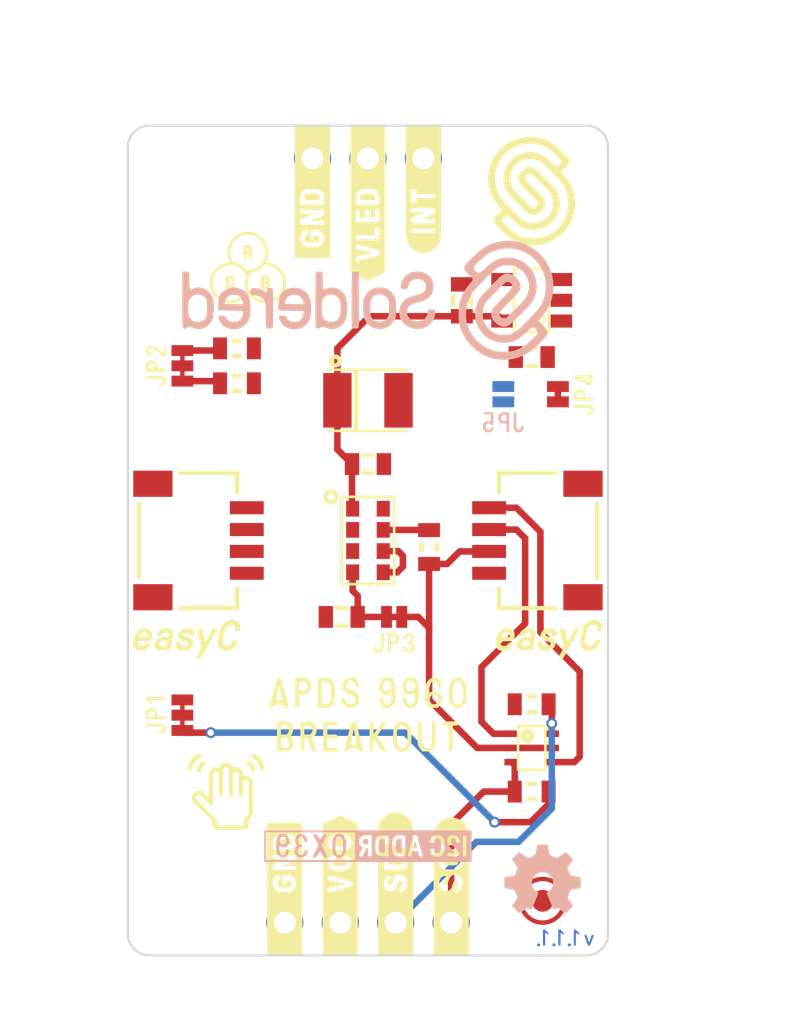
<source format=kicad_pcb>
(kicad_pcb (version 20210623) (generator pcbnew)
  (layers (0 "F.Cu" signal) (31 "B.Cu" signal) (34 "B.Paste" user) (35 "F.Paste" user) (36 "B.SilkS" user "B.Silkscreen") (37 "F.SilkS" user "F.Silkscreen") (38 "B.Mask" user) (39 "F.Mask" user) (44 "Edge.Cuts" user))
  (net 0 "")
  (net 1 "GND")
  (net 2 "3V3")
  (net 3 "V_LED")
  (net 4 "Net-(C4-Pad2)")
  (net 5 "SCL_PULL5")
  (net 6 "5V")
  (net 7 "SDA_PULL5")
  (net 8 "SCL_PULL3,3")
  (net 9 "SDA_PULL3,3")
  (net 10 "SCL3,3")
  (net 11 "SDA3,3")
  (net 12 "SDA5")
  (net 13 "SCL5")
  (net 14 "INT")
  (net 16 "Net-(U1-Pad3)")
  (footprint "Soldered Graphics:Logo-Front-easyC-5mm" (layer "F.Cu") (at 119.3 115.5)
    (fp_text reference "G***" hide)
    (fp_text value "LOGO" hide)
  )
  (footprint "e-radionica.com footprinti:HOLE_3.2mm" (layer "F.Cu") (at 103 127)
    (fp_text reference "H2" hide)
    (fp_text value "HOLE_3.2mm" hide)
    (pad "" np_thru_hole circle locked (at 0 0) (size 3.2 3.2) (drill 3.2) (layers F&B.Cu *.Mask))
  )
  (footprint "e-radionica.com footprinti:0603C" (layer "F.Cu") (at 109.8 114.5)
    (fp_text reference "C3")
    (fp_text value "1uF")
    (pad "1" smd rect locked (at -0.73 0) (size 0.66 1) (layers "F.Cu" "F.Paste" "F.Mask") (net 1 "GND"))
    (pad "2" smd rect locked (at 0.73 0) (size 0.66 1) (layers "F.Cu" "F.Paste" "F.Mask") (net 3 "V_LED"))
  )
  (footprint "e-radionica.com footprinti:SMD_JUMPER_3_PAD_TRACE" (layer "F.Cu") (at 102.5 103 90)
    (fp_text reference "JP2")
    (fp_text value "SMD_JUMPER_3_PAD_TRACE")
    (fp_poly (pts (xy 0.45 0.05) (xy 0.25 0.05) (xy 0.25 -0.05) (xy 0.45 -0.05)) (layer "F.Cu") (width 0.1) (fill solid))
    (fp_poly (pts (xy -0.25 0.05) (xy -0.45 0.05) (xy -0.45 -0.05) (xy -0.25 -0.05)) (layer "F.Cu") (width 0.1) (fill solid))
    (pad "1" smd rect (at -0.7 0 270) (size 0.5 1) (layers "F.Cu" "F.Mask") (net 8 "SCL_PULL3,3"))
    (pad "2" smd custom (at 0 0 270) (size 0.5 1) (layers "F.Cu" "F.Mask") (net 2 "3V3") (options (clearance outline) (anchor rect)) (primitives))
    (pad "3" smd rect (at 0.7 0 270) (size 0.5 1) (layers "F.Cu" "F.Mask") (net 9 "SDA_PULL3,3"))
  )
  (footprint "buzzardLabel" (layer "F.Cu") (at 112.2 115.7)
    (fp_text reference "" (at 0 0) (layer "F.SilkS") (effects (font (size 1.27 1.27))))
    (fp_text value "" (at 0 0) (layer "F.SilkS") (effects (font (size 1.27 1.27))))
  )
  (footprint "e-radionica.com footprinti:SMD_JUMPER_3_PAD_TRACE" (layer "F.Cu") (at 102.5 119 90)
    (fp_text reference "JP1")
    (fp_text value "SMD_JUMPER_3_PAD_TRACE")
    (fp_poly (pts (xy 0.45 0.05) (xy 0.25 0.05) (xy 0.25 -0.05) (xy 0.45 -0.05)) (layer "F.Cu") (width 0.1) (fill solid))
    (fp_poly (pts (xy -0.25 0.05) (xy -0.45 0.05) (xy -0.45 -0.05) (xy -0.25 -0.05)) (layer "F.Cu") (width 0.1) (fill solid))
    (pad "1" smd rect (at -0.7 0 270) (size 0.5 1) (layers "F.Cu" "F.Mask") (net 5 "SCL_PULL5"))
    (pad "2" smd custom (at 0 0 270) (size 0.5 1) (layers "F.Cu" "F.Mask") (net 6 "5V") (options (clearance outline) (anchor rect)) (primitives))
    (pad "3" smd rect (at 0.7 0 270) (size 0.5 1) (layers "F.Cu" "F.Mask") (net 7 "SDA_PULL5"))
  )
  (footprint "e-radionica.com footprinti:HEADER_MALE_4X1" (layer "F.Cu") (at 111 128.5)
    (fp_text reference "K2")
    (fp_text value "HEADER_MALE_4X1")
    (pad "1" thru_hole circle locked (at -3.81 0) (size 1.7 1.7) (drill 1) (layers *.Cu *.Mask) (net 1 "GND"))
    (pad "2" thru_hole circle locked (at -1.27 0) (size 1.7 1.7) (drill 1) (layers *.Cu *.Mask) (net 6 "5V"))
    (pad "3" thru_hole circle locked (at 1.27 0) (size 1.7 1.7) (drill 1) (layers *.Cu *.Mask) (net 12 "SDA5"))
    (pad "4" thru_hole circle locked (at 3.81 0) (size 1.7 1.7) (drill 1) (layers *.Cu *.Mask) (net 13 "SCL5"))
  )
  (footprint "e-radionica.com footprinti:FIDUCIAL_23" (layer "F.Cu") (at 119 127.5)
    (fp_text reference "FD1")
    (fp_text value "FIDUCIAL")
    (fp_circle (center 0 0) (end 1 0) (layer "F.Cu") (width 0.2) (fill none))
    (pad "1" smd circle (at 0 0) (size 1 1) (layers "F.Cu" "F.Paste" "F.Mask") (clearance 1.1))
  )
  (footprint "buzzardLabel" (layer "F.Cu") (at 108.46 91.6 90)
    (fp_text reference "" (at 0 0 90) (layer "F.SilkS") (effects (font (size 1.27 1.27))))
    (fp_text value "" (at 0 0 90) (layer "F.SilkS") (effects (font (size 1.27 1.27))))
  )
  (footprint "e-radionica.com footprinti:0603R" (layer "F.Cu") (at 118.5 118.5 180)
    (fp_text reference "R4")
    (fp_text value "10k")
    (pad "1" smd rect locked (at -0.775 0 270) (size 1 0.64) (layers "F.Cu" "F.Paste" "F.Mask") (net 12 "SDA5"))
    (pad "2" smd rect locked (at 0.775 0 270) (size 1 0.64) (layers "F.Cu" "F.Paste" "F.Mask") (net 7 "SDA_PULL5"))
  )
  (footprint "e-radionica.com footprinti:0603R" (layer "F.Cu") (at 105 102.2)
    (fp_text reference "R2")
    (fp_text value "10k")
    (pad "1" smd rect locked (at -0.775 0 90) (size 1 0.64) (layers "F.Cu" "F.Paste" "F.Mask") (net 9 "SDA_PULL3,3"))
    (pad "2" smd rect locked (at 0.775 0 90) (size 1 0.64) (layers "F.Cu" "F.Paste" "F.Mask") (net 11 "SDA3,3"))
  )
  (footprint "e-radionica.com footprinti:HEADER_MALE_3X1" (layer "F.Cu") (at 111 93.5)
    (fp_text reference "K4")
    (fp_text value "HEADER_MALE_3X1")
    (pad "1" thru_hole circle locked (at -2.54 0) (size 1.7 1.7) (drill 1) (layers *.Cu *.Mask) (net 1 "GND"))
    (pad "2" thru_hole circle locked (at 0 0) (size 1.7 1.7) (drill 1) (layers *.Cu *.Mask) (net 3 "V_LED"))
    (pad "3" thru_hole circle locked (at 2.54 0) (size 1.7 1.7) (drill 1) (layers *.Cu *.Mask) (net 14 "INT"))
  )
  (footprint "e-radionica.com footprinti:0603R" (layer "F.Cu") (at 118.5 122.5 180)
    (fp_text reference "R3")
    (fp_text value "10k")
    (pad "1" smd rect locked (at -0.775 0 270) (size 1 0.64) (layers "F.Cu" "F.Paste" "F.Mask") (net 5 "SCL_PULL5"))
    (pad "2" smd rect locked (at 0.775 0 270) (size 1 0.64) (layers "F.Cu" "F.Paste" "F.Mask") (net 13 "SCL5"))
  )
  (footprint "e-radionica.com footprinti:0603C" (layer "F.Cu") (at 111 107.5 180)
    (fp_text reference "C1")
    (fp_text value "1uF")
    (pad "1" smd rect locked (at -0.73 0 180) (size 0.66 1) (layers "F.Cu" "F.Paste" "F.Mask") (net 1 "GND"))
    (pad "2" smd rect locked (at 0.73 0 180) (size 0.66 1) (layers "F.Cu" "F.Paste" "F.Mask") (net 2 "3V3"))
  )
  (footprint "buzzardLabel" (layer "F.Cu") (at 109.73 130.4 90)
    (fp_text reference "" (at 0 0 90) (layer "F.SilkS") (effects (font (size 1.27 1.27))))
    (fp_text value "" (at 0 0 90) (layer "F.SilkS") (effects (font (size 1.27 1.27))))
  )
  (footprint "Soldered Graphics:Symbol-Front-RGB-sensor" (layer "F.Cu") (at 105.5 98.5)
    (fp_text reference "G***" hide)
    (fp_text value "LOGO" hide)
  )
  (footprint "buzzardLabel" (layer "F.Cu") (at 111 118)
    (fp_text reference "" (at 0 0) (layer "F.SilkS") (effects (font (size 1.27 1.27))))
    (fp_text value "" (at 0 0) (layer "F.SilkS") (effects (font (size 1.27 1.27))))
  )
  (footprint "e-radionica.com footprinti:easyC-connector" (layer "F.Cu") (at 118.7 111 -90)
    (fp_text reference "K3")
    (fp_text value "easyC-SMD")
    (pad "1" smd rect locked (at -1.5 2.15 270) (size 0.6 1.55) (layers "F.Cu" "F.Paste" "F.Mask") (net 10 "SCL3,3"))
    (pad "2" smd rect locked (at -0.5 2.15 270) (size 0.6 1.55) (layers "F.Cu" "F.Paste" "F.Mask") (net 11 "SDA3,3"))
    (pad "3" smd rect locked (at 0.5 2.15 270) (size 0.6 1.55) (layers "F.Cu" "F.Paste" "F.Mask") (net 2 "3V3"))
    (pad "4" smd rect locked (at 1.5 2.15 270) (size 0.6 1.55) (layers "F.Cu" "F.Paste" "F.Mask") (net 1 "GND"))
    (pad "5" smd rect locked (at -2.6 -2.15 270) (size 1.2 1.8) (layers "F.Cu" "F.Paste" "F.Mask") (net 1 "GND"))
    (pad "5" smd rect locked (at 2.6 -2.15 270) (size 1.2 1.8) (layers "F.Cu" "F.Paste" "F.Mask") (net 1 "GND"))
  )
  (footprint "Soldered Graphics:Logo-Front-easyC-5mm" (layer "F.Cu") (at 102.7 115.5)
    (fp_text reference "G***" hide)
    (fp_text value "LOGO" hide)
  )
  (footprint "e-radionica.com footprinti:SOT-363" (layer "F.Cu") (at 118.5 120.5)
    (fp_text reference "U2")
    (fp_text value "NMOS-DUAL")
    (pad "1" smd rect (at -0.92 -0.65 90) (size 0.3 0.66) (layers "F.Cu" "F.Paste" "F.Mask") (net 11 "SDA3,3"))
    (pad "2" smd rect (at -0.92 0 90) (size 0.3 0.66) (layers "F.Cu" "F.Paste" "F.Mask") (net 2 "3V3"))
    (pad "3" smd rect (at -0.92 0.65 90) (size 0.3 0.66) (layers "F.Cu" "F.Paste" "F.Mask") (net 13 "SCL5"))
    (pad "4" smd rect (at 0.92 0.65 90) (size 0.3 0.66) (layers "F.Cu" "F.Paste" "F.Mask") (net 10 "SCL3,3"))
    (pad "5" smd rect (at 0.92 0 90) (size 0.3 0.66) (layers "F.Cu" "F.Paste" "F.Mask") (net 2 "3V3"))
    (pad "6" smd rect (at 0.92 -0.65 90) (size 0.3 0.66) (layers "F.Cu" "F.Paste" "F.Mask") (net 12 "SDA5"))
  )
  (footprint "e-radionica.com footprinti:HOLE_3.2mm" (layer "F.Cu") (at 103 95)
    (fp_text reference "H1" hide)
    (fp_text value "HOLE_3.2mm" hide)
    (pad "" np_thru_hole circle locked (at 0 0) (size 3.2 3.2) (drill 3.2) (layers F&B.Cu *.Mask))
  )
  (footprint "e-radionica.com footprinti:0603C" (layer "F.Cu") (at 115.3 100 -90)
    (fp_text reference "C5")
    (fp_text value "2.2uF")
    (pad "1" smd rect locked (at -0.73 0 270) (size 0.66 1) (layers "F.Cu" "F.Paste" "F.Mask") (net 1 "GND"))
    (pad "2" smd rect locked (at 0.73 0 270) (size 0.66 1) (layers "F.Cu" "F.Paste" "F.Mask") (net 2 "3V3"))
  )
  (footprint "Soldered Graphics:Logo-Back-SolderedFULL-17mm" (layer "F.Cu") (at 111 100)
    (fp_text reference "REF**" hide)
    (fp_text value "Logo-Front-SolderedFULL-17mm" hide)
  )
  (footprint "buzzardLabel" (layer "F.Cu") (at 113.54 91.6 90)
    (fp_text reference "" (at 0 0 90) (layer "F.SilkS") (effects (font (size 1.27 1.27))))
    (fp_text value "" (at 0 0 90) (layer "F.SilkS") (effects (font (size 1.27 1.27))))
  )
  (footprint "Soldered Graphics:Logo-Front-Soldered-5mm" (layer "F.Cu") (at 118.5 95)
    (fp_text reference "G***" hide)
    (fp_text value "LOGO" hide)
  )
  (footprint "buzzardLabel" (layer "F.Cu") (at 107.19 130.4 90)
    (fp_text reference "" (at 0 0 90) (layer "F.SilkS") (effects (font (size 1.27 1.27))))
    (fp_text value "" (at 0 0 90) (layer "F.SilkS") (effects (font (size 1.27 1.27))))
  )
  (footprint "e-radionica.com footprinti:1210C_tantal" (layer "F.Cu") (at 111 104.58)
    (fp_text reference "C2")
    (fp_text value "68uF")
    (pad "1" smd rect (at -1.4 0) (size 1.3 2.5) (layers "F.Cu" "F.Paste" "F.Mask") (net 2 "3V3"))
    (pad "2" smd rect (at 1.4 0) (size 1.3 2.5) (layers "F.Cu" "F.Paste" "F.Mask") (net 1 "GND"))
  )
  (footprint "e-radionica.com footprinti:APDS-9960" (layer "F.Cu") (at 111 111)
    (fp_text reference "U1")
    (fp_text value "APDS-9960")
    (pad "1" smd rect (at 0.7 -1.455) (size 0.6 0.72) (layers "F.Cu" "F.Paste" "F.Mask") (net 11 "SDA3,3"))
    (pad "2" smd rect (at 0.7 -0.485) (size 0.6 0.72) (layers "F.Cu" "F.Paste" "F.Mask") (net 14 "INT"))
    (pad "3" smd rect (at 0.7 0.485) (size 0.6 0.72) (layers "F.Cu" "F.Paste" "F.Mask") (net 16 "Net-(U1-Pad3)"))
    (pad "4" smd rect (at 0.7 1.455) (size 0.6 0.72) (layers "F.Cu" "F.Paste" "F.Mask") (net 16 "Net-(U1-Pad3)"))
    (pad "5" smd rect (at -0.7 1.455) (size 0.6 0.72) (layers "F.Cu" "F.Paste" "F.Mask") (net 3 "V_LED"))
    (pad "6" smd rect (at -0.7 0.485) (size 0.6 0.72) (layers "F.Cu" "F.Paste" "F.Mask") (net 1 "GND"))
    (pad "7" smd rect (at -0.7 -0.485) (size 0.6 0.72) (layers "F.Cu" "F.Paste" "F.Mask") (net 10 "SCL3,3"))
    (pad "8" smd rect (at -0.7 -1.455) (size 0.6 0.72) (layers "F.Cu" "F.Paste" "F.Mask") (net 2 "3V3"))
  )
  (footprint "buzzardLabel" (layer "F.Cu") (at 120.9 104.3 90)
    (fp_text reference "" (at 0 0 90) (layer "F.SilkS") (effects (font (size 1.27 1.27))))
    (fp_text value "" (at 0 0 90) (layer "F.SilkS") (effects (font (size 1.27 1.27))))
  )
  (footprint "e-radionica.com footprinti:SMD-JUMPER-CONNECTED_TRACE_SLODERMASK" (layer "F.Cu") (at 119.7 104.3 -90)
    (fp_text reference "JP4")
    (fp_text value "SMD-JUMPER-CONNECTED_TRACE_SLODERMASK")
    (fp_poly (pts (xy 0.1 0.1) (xy -0.1 0.1) (xy -0.1 -0.1) (xy 0.1 -0.1)) (layer "F.Cu") (width 0.1) (fill solid))
    (pad "1" smd rect (at -0.35 0 270) (size 0.5 1) (layers "F.Cu" "F.Mask") (net 4 "Net-(C4-Pad2)"))
    (pad "2" smd rect (at 0.35 0 270) (size 0.5 1) (layers "F.Cu" "F.Mask") (net 6 "5V"))
  )
  (footprint "buzzardLabel" (layer "F.Cu") (at 111 91.6 90)
    (fp_text reference "" (at 0 0 90) (layer "F.SilkS") (effects (font (size 1.27 1.27))))
    (fp_text value "" (at 0 0 90) (layer "F.SilkS") (effects (font (size 1.27 1.27))))
  )
  (footprint "buzzardLabel" (layer "F.Cu") (at 114.81 130.4 90)
    (fp_text reference "" (at 0 0 90) (layer "F.SilkS") (effects (font (size 1.27 1.27))))
    (fp_text value "" (at 0 0 90) (layer "F.SilkS") (effects (font (size 1.27 1.27))))
  )
  (footprint "buzzardLabel" (layer "F.Cu") (at 101.3 103 90)
    (fp_text reference "" (at 0 0 90) (layer "F.SilkS") (effects (font (size 1.27 1.27))))
    (fp_text value "" (at 0 0 90) (layer "F.SilkS") (effects (font (size 1.27 1.27))))
  )
  (footprint "Soldered Graphics:Logo-Back-OSH-3.5mm" (layer "F.Cu") (at 119 126.5)
    (fp_text reference "G***" hide)
    (fp_text value "LOGO" hide)
  )
  (footprint "e-radionica.com footprinti:SMD-JUMPER-CONNECTED_TRACE_SLODERMASK" (layer "F.Cu") (at 112.2 114.5 180)
    (fp_text reference "JP3")
    (fp_text value "SMD-JUMPER-CONNECTED_TRACE_SLODERMASK")
    (fp_poly (pts (xy 0.1 0.1) (xy -0.1 0.1) (xy -0.1 -0.1) (xy 0.1 -0.1)) (layer "F.Cu") (width 0.1) (fill solid))
    (pad "1" smd rect (at -0.35 0 180) (size 0.5 1) (layers "F.Cu" "F.Mask") (net 2 "3V3"))
    (pad "2" smd rect (at 0.35 0 180) (size 0.5 1) (layers "F.Cu" "F.Mask") (net 3 "V_LED"))
  )
  (footprint "e-radionica.com footprinti:0603R" (layer "F.Cu") (at 105 103.8 180)
    (fp_text reference "R5")
    (fp_text value "10k")
    (pad "1" smd rect locked (at -0.775 0 270) (size 1 0.64) (layers "F.Cu" "F.Paste" "F.Mask") (net 10 "SCL3,3"))
    (pad "2" smd rect locked (at 0.775 0 270) (size 1 0.64) (layers "F.Cu" "F.Paste" "F.Mask") (net 8 "SCL_PULL3,3"))
  )
  (footprint "e-radionica.com footprinti:easyC-connector" (layer "F.Cu") (at 103.3 111 90)
    (fp_text reference "K1")
    (fp_text value "easyC-SMD")
    (pad "1" smd rect locked (at -1.5 2.15 90) (size 0.6 1.55) (layers "F.Cu" "F.Paste" "F.Mask") (net 10 "SCL3,3"))
    (pad "2" smd rect locked (at -0.5 2.15 90) (size 0.6 1.55) (layers "F.Cu" "F.Paste" "F.Mask") (net 11 "SDA3,3"))
    (pad "3" smd rect locked (at 0.5 2.15 90) (size 0.6 1.55) (layers "F.Cu" "F.Paste" "F.Mask") (net 2 "3V3"))
    (pad "4" smd rect locked (at 1.5 2.15 90) (size 0.6 1.55) (layers "F.Cu" "F.Paste" "F.Mask") (net 1 "GND"))
    (pad "5" smd rect locked (at -2.6 -2.15 90) (size 1.2 1.8) (layers "F.Cu" "F.Paste" "F.Mask") (net 1 "GND"))
    (pad "5" smd rect locked (at 2.6 -2.15 90) (size 1.2 1.8) (layers "F.Cu" "F.Paste" "F.Mask") (net 1 "GND"))
  )
  (footprint "buzzardLabel" (layer "F.Cu") (at 111 120)
    (fp_text reference "" (at 0 0) (layer "F.SilkS") (effects (font (size 1.27 1.27))))
    (fp_text value "" (at 0 0) (layer "F.SilkS") (effects (font (size 1.27 1.27))))
  )
  (footprint "buzzardLabel" (layer "F.Cu") (at 112.27 130.4 90)
    (fp_text reference "" (at 0 0 90) (layer "F.SilkS") (effects (font (size 1.27 1.27))))
    (fp_text value "" (at 0 0 90) (layer "F.SilkS") (effects (font (size 1.27 1.27))))
  )
  (footprint "e-radionica.com footprinti:0603R" (layer "F.Cu") (at 113.8 111.3 -90)
    (fp_text reference "R1")
    (fp_text value "10k")
    (pad "1" smd rect locked (at -0.775 0) (size 1 0.64) (layers "F.Cu" "F.Paste" "F.Mask") (net 14 "INT"))
    (pad "2" smd rect locked (at 0.775 0) (size 1 0.64) (layers "F.Cu" "F.Paste" "F.Mask") (net 2 "3V3"))
  )
  (footprint "Soldered Graphics:Symbol-Front-Gesture" (layer "F.Cu") (at 104.5 122.5)
    (fp_text reference "G***" hide)
    (fp_text value "LOGO" hide)
  )
  (footprint "e-radionica.com footprinti:SOT-23-5" (layer "F.Cu") (at 118.5 100 180)
    (fp_text reference "U3")
    (fp_text value "SE5218")
    (pad "1" smd rect (at -1.3 -0.95 180) (size 1.1 0.6) (layers "F.Cu" "F.Paste" "F.Mask") (net 4 "Net-(C4-Pad2)"))
    (pad "2" smd rect (at -1.3 0 180) (size 1.1 0.6) (layers "F.Cu" "F.Paste" "F.Mask") (net 1 "GND"))
    (pad "3" smd rect (at -1.3 0.95 180) (size 1.1 0.6) (layers "F.Cu" "F.Paste" "F.Mask") (net 4 "Net-(C4-Pad2)"))
    (pad "4" smd rect (at 1.3 0.95 180) (size 1.1 0.6) (layers "F.Cu" "F.Paste" "F.Mask"))
    (pad "5" smd rect (at 1.3 -0.95 180) (size 1.1 0.6) (layers "F.Cu" "F.Paste" "F.Mask") (net 2 "3V3"))
  )
  (footprint "buzzardLabel" (layer "F.Cu") (at 101.3 119 90)
    (fp_text reference "" (at 0 0 90) (layer "F.SilkS") (effects (font (size 1.27 1.27))))
    (fp_text value "" (at 0 0 90) (layer "F.SilkS") (effects (font (size 1.27 1.27))))
  )
  (footprint "e-radionica.com footprinti:0603C" (layer "F.Cu") (at 118.5 102.6)
    (fp_text reference "C4")
    (fp_text value "2.2uF")
    (pad "1" smd rect locked (at -0.73 0) (size 0.66 1) (layers "F.Cu" "F.Paste" "F.Mask") (net 1 "GND"))
    (pad "2" smd rect locked (at 0.73 0) (size 0.66 1) (layers "F.Cu" "F.Paste" "F.Mask") (net 4 "Net-(C4-Pad2)"))
  )
  (footprint "buzzardLabel" (layer "B.Cu") (at 108.4 125 180)
    (fp_text reference "" (at 0 0) (layer "B.SilkS") (effects (font (size 1.27 1.27)) (justify mirror)))
    (fp_text value "" (at 0 0) (layer "B.SilkS") (effects (font (size 1.27 1.27)) (justify mirror)))
  )
  (footprint "e-radionica.com footprinti:SMD_JUMPER" (layer "B.Cu") (at 117.2 104.3 90)
    (fp_text reference "JP5")
    (fp_text value "SMD_JUMPER")
    (pad "1" smd rect (at -0.35 0 90) (size 0.5 1) (layers "B.Cu" "B.Mask") (net 6 "5V"))
    (pad "2" smd rect (at 0.35 0 90) (size 0.5 1) (layers "B.Cu" "B.Mask") (net 2 "3V3"))
  )
  (footprint "Soldered Graphics:Symbol-Front-I2C-ADDR-Field" (layer "B.Cu") (at 111 125 180)
    (fp_text reference "REF**" hide)
    (fp_text value "Symbol-Front-I2C-ADDR-Field" hide)
  )
  (footprint "buzzardLabel" (layer "B.Cu") (at 117.2 105.6 180)
    (fp_text reference "" (at 0 0) (layer "B.SilkS") (effects (font (size 1.27 1.27)) (justify mirror)))
    (fp_text value "" (at 0 0) (layer "B.SilkS") (effects (font (size 1.27 1.27)) (justify mirror)))
  )
  (footprint "Soldered Graphics:Version1.1.1." (layer "B.Cu") (at 120 129.2 180)
    (fp_text reference "REF**" hide)
    (fp_text value "Version1.1.1." hide)
    (fp_poly (pts (xy 0.91 -0.35) (xy 0.96 -0.35) (xy 0.98 -0.31) (xy 0.98 0.35) (xy 0.95 0.38) (xy 0.89 0.38) (xy 0.86 0.34) (xy 0.74 0.22) (xy 0.73 0.17) (xy 0.76 0.16) (xy 0.85 0.22) (xy 0.89 0.23) (xy 0.89 -0.31) (xy 0.91 -0.35)) (layer "B.Cu") (width 0.01) (fill solid))
    (fp_poly (pts (xy 0.43 -0.38) (xy 0.48 -0.38) (xy 0.54 -0.37) (xy 0.54 -0.33) (xy 0.54 -0.27) (xy 0.5 -0.26) (xy 0.45 -0.26) (xy 0.42 -0.29) (xy 0.42 -0.34) (xy 0.43 -0.38)) (layer "B.Cu") (width 0.01) (fill solid))
    (fp_poly (pts (xy -0.27 -0.38) (xy -0.22 -0.38) (xy -0.17 -0.37) (xy -0.16 -0.33) (xy -0.16 -0.27) (xy -0.21 -0.26) (xy -0.26 -0.26) (xy -0.29 -0.29) (xy -0.29 -0.34) (xy -0.27 -0.38)) (layer "B.Cu") (width 0.01) (fill solid))
    (fp_poly (pts (xy -0.5 -0.35) (xy -0.44 -0.35) (xy -0.43 -0.31) (xy -0.43 0.35) (xy -0.46 0.38) (xy -0.52 0.38) (xy -0.55 0.34) (xy -0.67 0.22) (xy -0.68 0.17) (xy -0.65 0.16) (xy -0.56 0.22) (xy -0.52 0.23) (xy -0.52 -0.31) (xy -0.5 -0.35)) (layer "B.Cu") (width 0.01) (fill solid))
    (fp_poly (pts (xy 1.14 -0.38) (xy 1.19 -0.38) (xy 1.24 -0.37) (xy 1.25 -0.33) (xy 1.25 -0.27) (xy 1.2 -0.26) (xy 1.15 -0.26) (xy 1.12 -0.29) (xy 1.12 -0.34) (xy 1.14 -0.38)) (layer "B.Cu") (width 0.01) (fill solid))
    (fp_poly (pts (xy -1.15 -0.35) (xy -1.1 -0.35) (xy -1.07 -0.31) (xy -0.92 0.1) (xy -0.94 0.13) (xy -0.99 0.13) (xy -1.02 0.1) (xy -1.11 -0.16) (xy -1.13 -0.21) (xy -1.15 -0.17) (xy -1.24 0.09) (xy -1.26 0.13) (xy -1.32 0.13) (xy -1.34 0.1) (xy -1.18 -0.31) (xy -1.15 -0.35)) (layer "B.Cu") (width 0.01) (fill solid))
    (fp_poly (pts (xy 0.21 -0.35) (xy 0.26 -0.35) (xy 0.28 -0.31) (xy 0.28 0.35) (xy 0.24 0.38) (xy 0.19 0.38) (xy 0.15 0.34) (xy 0.04 0.22) (xy 0.02 0.17) (xy 0.05 0.16) (xy 0.14 0.22) (xy 0.18 0.23) (xy 0.18 -0.31) (xy 0.21 -0.35)) (layer "B.Cu") (width 0.01) (fill solid))
  )
  (gr_line (start 122 93) (end 122 129) (layer "Edge.Cuts") (width 0.1))
  (gr_line (start 101 92) (end 121 92) (layer "Edge.Cuts") (width 0.1))
  (gr_arc (start 100.999997 93) (end 101 92) (angle -90) (layer "Edge.Cuts") (width 0.1))
  (gr_arc (start 121 92.999997) (end 121 92) (angle 90) (layer "Edge.Cuts") (width 0.1))
  (gr_line (start 121 130) (end 101 130) (layer "Edge.Cuts") (width 0.1))
  (gr_arc (start 121 129) (end 121 130) (angle -90) (layer "Edge.Cuts") (width 0.1))
  (gr_arc (start 101 129) (end 101 130) (angle 90) (layer "Edge.Cuts") (width 0.1))
  (gr_line (start 100 129) (end 100 93) (layer "Edge.Cuts") (width 0.1))
  (segment (start 115.3 100.73) (end 111.07 100.73) (width 0.3) (layer "F.Cu") (net 2))
  (segment (start 113.8 118.3) (end 113.8 115) (width 0.3) (layer "F.Cu") (net 2))
  (segment (start 110.27 107.5) (end 110.27 109.515) (width 0.3) (layer "F.Cu") (net 2))
  (segment (start 109.6 104.58) (end 109.6 106.83) (width 0.3) (layer "F.Cu") (net 2))
  (segment (start 110.27 109.515) (end 110.3 109.545) (width 0.3) (layer "F.Cu") (net 2))
  (segment (start 117.58 120.5) (end 116 120.5) (width 0.3) (layer "F.Cu") (net 2))
  (segment (start 113.3 114.5) (end 113.8 115) (width 0.3) (layer "F.Cu") (net 2))
  (segment (start 115.2 111.5) (end 116.55 111.5) (width 0.3) (layer "F.Cu") (net 2))
  (segment (start 116.98 100.73) (end 117.2 100.95) (width 0.3) (layer "F.Cu") (net 2))
  (segment (start 109.6 102.2) (end 109.6 104.58) (width 0.3) (layer "F.Cu") (net 2))
  (segment (start 114.625 112.075) (end 115.2 111.5) (width 0.3) (layer "F.Cu") (net 2))
  (segment (start 109.6 106.83) (end 110.27 107.5) (width 0.3) (layer "F.Cu") (net 2))
  (segment (start 112.55 114.5) (end 113.3 114.5) (width 0.3) (layer "F.Cu") (net 2))
  (segment (start 113.8 112.075) (end 114.625 112.075) (width 0.3) (layer "F.Cu") (net 2))
  (segment (start 117.58 120.5) (end 119.42 120.5) (width 0.3) (layer "F.Cu") (net 2))
  (segment (start 115.3 100.73) (end 116.98 100.73) (width 0.3) (layer "F.Cu") (net 2))
  (segment (start 111.07 100.73) (end 109.6 102.2) (width 0.3) (layer "F.Cu") (net 2))
  (segment (start 116 120.5) (end 113.8 118.3) (width 0.3) (layer "F.Cu") (net 2))
  (segment (start 113.8 115) (end 113.8 112.075) (width 0.3) (layer "F.Cu") (net 2))
  (segment (start 110.53 114.5) (end 110.53 113.53) (width 0.3) (layer "F.Cu") (net 3))
  (segment (start 110.53 113.53) (end 110.3 113.3) (width 0.3) (layer "F.Cu") (net 3))
  (segment (start 111.85 114.5) (end 110.53 114.5) (width 0.3) (layer "F.Cu") (net 3))
  (segment (start 110.3 113.3) (end 110.3 112.455) (width 0.3) (layer "F.Cu") (net 3))
  (segment (start 119.275 123.075) (end 119.275 122.5) (width 0.3) (layer "F.Cu") (net 5))
  (segment (start 118.45 123.9) (end 119.275 123.075) (width 0.3) (layer "F.Cu") (net 5))
  (segment (start 116.8 123.9) (end 118.45 123.9) (width 0.3) (layer "F.Cu") (net 5))
  (segment (start 103.8 119.8) (end 102.6 119.8) (width 0.3) (layer "F.Cu") (net 5))
  (segment (start 102.6 119.8) (end 102.5 119.7) (width 0.3) (layer "F.Cu") (net 5))
  (via (at 116.8 123.9) (size 0.5) (drill 0.3) (layers "F.Cu" "B.Cu") (net 5))
  (via (at 103.8 119.8) (size 0.5) (drill 0.3) (layers "F.Cu" "B.Cu") (net 5))
  (segment (start 112.7 119.8) (end 103.8 119.8) (width 0.3) (layer "B.Cu") (net 5))
  (segment (start 116.8 123.9) (end 112.7 119.8) (width 0.3) (layer "B.Cu") (net 5))
  (segment (start 104.125 103.7) (end 104.225 103.8) (width 0.3) (layer "F.Cu") (net 8))
  (segment (start 102.5 103.7) (end 104.125 103.7) (width 0.3) (layer "F.Cu") (net 8))
  (segment (start 102.5 102.3) (end 104.125 102.3) (width 0.3) (layer "F.Cu") (net 9))
  (segment (start 104.125 102.3) (end 104.225 102.2) (width 0.3) (layer "F.Cu") (net 9))
  (segment (start 120.45 121.15) (end 120.7 120.9) (width 0.3) (layer "F.Cu") (net 10))
  (segment (start 120.7 117) (end 118.9 115.2) (width 0.3) (layer "F.Cu") (net 10))
  (segment (start 117.8 109.5) (end 116.55 109.5) (width 0.3) (layer "F.Cu") (net 10))
  (segment (start 118.9 110.6) (end 117.8 109.5) (width 0.3) (layer "F.Cu") (net 10))
  (segment (start 119.42 121.15) (end 120.45 121.15) (width 0.3) (layer "F.Cu") (net 10))
  (segment (start 118.9 115.2) (end 118.9 110.6) (width 0.3) (layer "F.Cu") (net 10))
  (segment (start 120.7 120.9) (end 120.7 117) (width 0.3) (layer "F.Cu") (net 10))
  (segment (start 116.75 119.85) (end 116.2 119.3) (width 0.3) (layer "F.Cu") (net 11))
  (segment (start 118.2 110.9) (end 117.8 110.5) (width 0.3) (layer "F.Cu") (net 11))
  (segment (start 118.2 114.8) (end 118.2 110.9) (width 0.3) (layer "F.Cu") (net 11))
  (segment (start 117.8 110.5) (end 116.55 110.5) (width 0.3) (layer "F.Cu") (net 11))
  (segment (start 116.2 116.8) (end 118.2 114.8) (width 0.3) (layer "F.Cu") (net 11))
  (segment (start 116.2 119.3) (end 116.2 116.8) (width 0.3) (layer "F.Cu") (net 11))
  (segment (start 117.58 119.85) (end 116.75 119.85) (width 0.3) (layer "F.Cu") (net 11))
  (segment (start 119.42 118.645) (end 119.275 118.5) (width 0.3) (layer "F.Cu") (net 12))
  (segment (start 119.42 119.38) (end 119.42 118.645) (width 0.3) (layer "F.Cu") (net 12))
  (segment (start 119.42 119.85) (end 119.42 119.38) (width 0.3) (layer "F.Cu") (net 12))
  (via (at 119.42 119.38) (size 0.5) (drill 0.3) (layers "F.Cu" "B.Cu") (net 12))
  (segment (start 117.9 124.8) (end 119.42 123.28) (width 0.3) (layer "B.Cu") (net 12))
  (segment (start 119.42 123.28) (end 119.42 119.38) (width 0.3) (layer "B.Cu") (net 12))
  (segment (start 112.27 128.5) (end 115.97 124.8) (width 0.3) (layer "B.Cu") (net 12))
  (segment (start 115.97 124.8) (end 117.9 124.8) (width 0.3) (layer "B.Cu") (net 12))
  (segment (start 114.81 123.99) (end 116.3 122.5) (width 0.3) (layer "F.Cu") (net 13))
  (segment (start 114.81 128.5) (end 114.81 123.99) (width 0.3) (layer "F.Cu") (net 13))
  (segment (start 117.58 121.15) (end 117.725 121.295) (width 0.3) (layer "F.Cu") (net 13))
  (segment (start 116.3 122.5) (end 117.725 122.5) (width 0.3) (layer "F.Cu") (net 13))
  (segment (start 117.725 121.295) (end 117.725 122.5) (width 0.3) (layer "F.Cu") (net 13))
  (segment (start 111.7 110.515) (end 113.79 110.515) (width 0.3) (layer "F.Cu") (net 14))
  (segment (start 113.49 110.515) (end 113.5 110.525) (width 0.3) (layer "F.Cu") (net 14))
  (segment (start 113.79 110.515) (end 113.8 110.525) (width 0.3) (layer "F.Cu") (net 14))
  (segment (start 112.345 112.455) (end 111.7 112.455) (width 0.3) (layer "F.Cu") (net 16))
  (segment (start 112.385 111.485) (end 112.6 111.7) (width 0.3) (layer "F.Cu") (net 16))
  (segment (start 112.6 111.7) (end 112.6 112.2) (width 0.3) (layer "F.Cu") (net 16))
  (segment (start 111.7 111.485) (end 112.385 111.485) (width 0.3) (layer "F.Cu") (net 16))
  (segment (start 112.6 112.2) (end 112.345 112.455) (width 0.3) (layer "F.Cu") (net 16))
)
</source>
